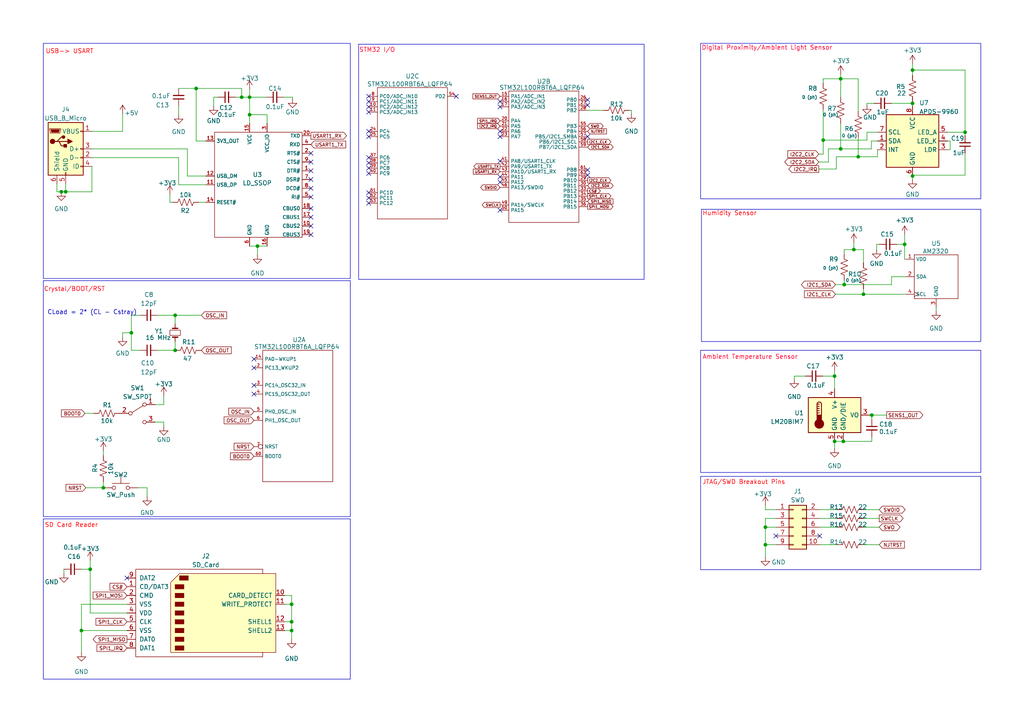
<source format=kicad_sch>
(kicad_sch (version 20230121) (generator eeschema)
  (paper "A4")
  (title_block (title "Sensor Hub") (date "2023-04-03") (rev "1.1"))
  (lib_symbols
    (symbol "Connector:SD_Card" (pin_names (offset 1.016))
      (property "Reference" "J" (at -16.51 13.97 0))
      (property "Value" "SD_Card" (at 15.24 -13.97 0))
      (symbol "SD_Card_1_1"
        (pin input line (at -22.86 7.62 0) (length 2.54) (name "CD/DAT3") (number "1"))
        (pin input line (at 22.86 5.08 180) (length 2.54) (name "CARD_DETECT") (number "10"))
        (pin input line (at 22.86 2.54 180) (length 2.54) (name "WRITE_PROTECT") (number "11"))
        (pin input line (at 22.86 -2.54 180) (length 2.54) (name "SHELL1") (number "12"))
        (pin input line (at 22.86 -5.08 180) (length 2.54) (name "SHELL2") (number "13"))
        (pin input line (at -22.86 5.08 0) (length 2.54) (name "CMD") (number "2"))
        (pin power_in line (at -22.86 2.54 0) (length 2.54) (name "VSS") (number "3"))
        (pin power_in line (at -22.86 0 0) (length 2.54) (name "VDD") (number "4"))
        (pin input line (at -22.86 -2.54 0) (length 2.54) (name "CLK") (number "5"))
        (pin power_in line (at -22.86 -5.08 0) (length 2.54) (name "VSS") (number "6"))
        (pin input line (at -22.86 -7.62 0) (length 2.54) (name "DAT0") (number "7"))
        (pin input line (at -22.86 -10.16 0) (length 2.54) (name "DAT1") (number "8"))
        (pin input line (at -22.86 10.16 0) (length 2.54) (name "DAT2") (number "9"))
      )
    )
    (symbol "Connector:USB_B_Micro" (pin_names (offset 1.016))
      (property "Reference" "J" (at -5.08 11.43 0))
      (property "Value" "USB_B_Micro" (at -5.08 8.89 0))
      (symbol "USB_B_Micro_1_1"
        (pin power_out line (at 7.62 5.08 180) (length 2.54) (name "VBUS") (number "1"))
        (pin bidirectional line (at 7.62 -2.54 180) (length 2.54) (name "D-") (number "2"))
        (pin bidirectional line (at 7.62 0 180) (length 2.54) (name "D+") (number "3"))
        (pin passive line (at 7.62 -5.08 180) (length 2.54) (name "ID") (number "4"))
        (pin power_out line (at 0 -10.16 90) (length 2.54) (name "GND") (number "5"))
        (pin passive line (at -2.54 -10.16 90) (length 2.54) (name "Shield") (number "6"))
      )
    )
    (symbol "Connector_Generic:Conn_02x05_Odd_Even" (pin_names (offset 1.016) hide)
      (property "Reference" "J" (at 1.27 7.62 0))
      (property "Value" "Conn_02x05_Odd_Even" (at 1.27 -7.62 0))
      (symbol "Conn_02x05_Odd_Even_1_1"
        (pin passive line (at -5.08 5.08 0) (length 3.81) (name "Pin_1") (number "1"))
        (pin passive line (at 7.62 -5.08 180) (length 3.81) (name "Pin_10") (number "10"))
        (pin passive line (at 7.62 5.08 180) (length 3.81) (name "Pin_2") (number "2"))
        (pin passive line (at -5.08 2.54 0) (length 3.81) (name "Pin_3") (number "3"))
        (pin passive line (at 7.62 2.54 180) (length 3.81) (name "Pin_4") (number "4"))
        (pin passive line (at -5.08 0 0) (length 3.81) (name "Pin_5") (number "5"))
        (pin passive line (at 7.62 0 180) (length 3.81) (name "Pin_6") (number "6"))
        (pin passive line (at -5.08 -2.54 0) (length 3.81) (name "Pin_7") (number "7"))
        (pin passive line (at 7.62 -2.54 180) (length 3.81) (name "Pin_8") (number "8"))
        (pin passive line (at -5.08 -5.08 0) (length 3.81) (name "Pin_9") (number "9"))
      )
    )
    (symbol "Device:C_Small" (pin_numbers hide) (pin_names (offset 0.254) hide)
      (property "Reference" "C" (at 0.254 1.778 0))
      (property "Value" "C_Small" (at 0.254 -2.032 0))
      (symbol "C_Small_1_1"
        (pin passive line (at 0 2.54 270) (length 2.032) (name "~") (number "1"))
        (pin passive line (at 0 -2.54 90) (length 2.032) (name "~") (number "2"))
      )
    )
    (symbol "Device:Crystal_Small" (pin_numbers hide) (pin_names (offset 1.016) hide)
      (property "Reference" "Y" (at 0 2.54 0))
      (property "Value" "Crystal_Small" (at 0 -2.54 0))
      (symbol "Crystal_Small_1_1"
        (pin passive line (at -2.54 0 0) (length 1.27) (name "1") (number "1"))
        (pin passive line (at 2.54 0 180) (length 1.27) (name "2") (number "2"))
      )
    )
    (symbol "Device:R_US" (pin_numbers hide) (pin_names (offset 0))
      (property "Reference" "R" (at 2.54 0 90))
      (property "Value" "R_US" (at -2.54 0 90))
      (symbol "R_US_1_1"
        (pin passive line (at 0 3.81 270) (length 1.27) (name "~") (number "1"))
        (pin passive line (at 0 -3.81 90) (length 1.27) (name "~") (number "2"))
      )
    )
    (symbol "FT231X:LD SSOP"
      (property "Reference" "U" (at 0 -2.54 0))
      (property "Value" "LD_SSOP" (at 0 -4.445 0))
      (symbol "LD SSOP_1_1"
        (pin output line (at 15.24 4.064 180) (length 2.54) (name "DTR#") (number "1"))
        (pin bidirectional line (at 15.24 -11.938 180) (length 2.54) (name "CBUS2") (number "10"))
        (pin input line (at -15.24 0 0) (length 2.54) (name "USB_DP") (number "11"))
        (pin input line (at -15.24 2.54 0) (length 2.54) (name "USB_DM") (number "12"))
        (pin power_in line (at -15.24 12.7 0) (length 2.54) (name "3V3_OUT") (number "13"))
        (pin input line (at -15.24 -5.08 0) (length 2.54) (name "RESET#") (number "14"))
        (pin power_in line (at -2.54 17.78 270) (length 2.54) (name "VCC") (number "15"))
        (pin power_in line (at 2.54 -17.78 90) (length 2.54) (name "GND") (number "16"))
        (pin bidirectional line (at 15.24 -9.398 180) (length 2.54) (name "CBUS1") (number "17"))
        (pin bidirectional line (at 15.24 -6.858 180) (length 2.54) (name "CBUS0") (number "18"))
        (pin bidirectional line (at 15.24 -14.478 180) (length 2.54) (name "CBUS3") (number "19"))
        (pin output line (at 15.24 9.144 180) (length 2.54) (name "RTS#") (number "2"))
        (pin output line (at 15.24 14.224 180) (length 2.54) (name "TXD") (number "20"))
        (pin power_in line (at 2.54 17.78 270) (length 2.54) (name "VCC_IO") (number "3"))
        (pin input line (at 15.24 11.684 180) (length 2.54) (name "RXD") (number "4"))
        (pin input line (at 15.24 -3.556 180) (length 2.54) (name "RI#") (number "5"))
        (pin power_in line (at -2.54 -17.78 90) (length 2.54) (name "GND") (number "6"))
        (pin input line (at 15.24 1.524 180) (length 2.54) (name "DSR#") (number "7"))
        (pin input line (at 15.24 -1.016 180) (length 2.54) (name "DCD#") (number "8"))
        (pin input line (at 15.24 6.604 180) (length 2.54) (name "CTS#") (number "9"))
      )
    )
    (symbol "STM32L100RBT6A_2"
      (property "Reference" "U" (at -7.62 22.225 0))
      (symbol "STM32L100RBT6A_2_1_1"
        (pin bidirectional line (at -12.7 15.24 0) (length 2.54) (name "PA0-WKUP1") (number "14"))
        (pin bidirectional line (at -12.7 12.7 0) (length 2.54) (name "PC13_WKUP2") (number "2"))
        (pin bidirectional line (at -12.7 7.62 0) (length 2.54) (name "PC14_OSC32_IN") (number "3"))
        (pin bidirectional line (at -12.7 5.08 0) (length 2.54) (name "PC15_OSC32_OUT") (number "4"))
        (pin bidirectional line (at -12.7 0 0) (length 2.54) (name "PH0_OSC_IN") (number "5"))
        (pin bidirectional line (at -12.7 -2.54 0) (length 2.54) (name "PH1_OSC_OUT") (number "6"))
        (pin input line (at -12.7 -12.954 0) (length 2.54) (name "BOOT0") (number "60"))
        (pin bidirectional inverted (at -12.7 -10.16 0) (length 2.54) (name "NRST") (number "7"))
      )
      (symbol "STM32L100RBT6A_2_2_1"
        (pin bidirectional line (at -12.7 16.256 0) (length 2.54) (name "PA1/ADC_IN1") (number "15"))
        (pin bidirectional line (at -12.7 14.732 0) (length 2.54) (name "PA2/ADC_IN2") (number "16"))
        (pin bidirectional line (at -12.7 13.208 0) (length 2.54) (name "PA3/ADC_IN3") (number "17"))
        (pin bidirectional line (at -12.7 9.144 0) (length 2.54) (name "PA4") (number "20"))
        (pin bidirectional line (at -12.7 7.62 0) (length 2.54) (name "PA5") (number "21"))
        (pin bidirectional line (at -12.7 6.096 0) (length 2.54) (name "PA6") (number "22"))
        (pin bidirectional line (at -12.7 4.572 0) (length 2.54) (name "PA7") (number "23"))
        (pin bidirectional line (at 12.7 15.24 180) (length 2.54) (name "PB0") (number "26"))
        (pin bidirectional line (at 12.7 13.716 180) (length 2.54) (name "PB1") (number "27"))
        (pin bidirectional line (at 12.7 12.192 180) (length 2.54) (name "PB2") (number "28"))
        (pin bidirectional line (at 12.7 -8.128 180) (length 2.54) (name "PB10") (number "29"))
        (pin bidirectional line (at 12.7 -9.652 180) (length 2.54) (name "PB11") (number "30"))
        (pin bidirectional line (at 12.7 -11.176 180) (length 2.54) (name "PB12") (number "33"))
        (pin bidirectional line (at 12.7 -12.7 180) (length 2.54) (name "PB13") (number "34"))
        (pin bidirectional line (at 12.7 -14.224 180) (length 2.54) (name "PB14") (number "35"))
        (pin bidirectional line (at 12.7 -15.748 180) (length 2.54) (name "PB15") (number "36"))
        (pin bidirectional line (at -12.7 -2.54 0) (length 2.54) (name "PA8/USART1_CLK") (number "41"))
        (pin bidirectional line (at -12.7 -4.064 0) (length 2.54) (name "PA9/USART1_TX") (number "42"))
        (pin bidirectional line (at -12.7 -5.588 0) (length 2.54) (name "PA10/USART1_RX") (number "43"))
        (pin bidirectional line (at -12.7 -7.112 0) (length 2.54) (name "PA11") (number "44"))
        (pin bidirectional line (at -12.7 -8.636 0) (length 2.54) (name "PA12") (number "45"))
        (pin bidirectional line (at -12.7 -10.16 0) (length 2.54) (name "PA13/SWDIO") (number "46"))
        (pin bidirectional line (at -12.7 -15.24 0) (length 2.54) (name "PA14/SWCLK") (number "49"))
        (pin bidirectional line (at -12.7 -16.764 0) (length 2.54) (name "PA15") (number "50"))
        (pin bidirectional line (at 12.7 7.62 180) (length 2.54) (name "PB3") (number "55"))
        (pin bidirectional line (at 12.7 6.096 180) (length 2.54) (name "PB4") (number "56"))
        (pin bidirectional line (at 12.7 4.572 180) (length 2.54) (name "PB5/I2C1_SMBA") (number "57"))
        (pin bidirectional line (at 12.7 3.048 180) (length 2.54) (name "PB6/I2C1_SCL") (number "58"))
        (pin bidirectional line (at 12.7 1.524 180) (length 2.54) (name "PB7/I2C1_SDA") (number "59"))
        (pin bidirectional line (at 12.7 -5.08 180) (length 2.54) (name "PB8") (number "61"))
        (pin bidirectional line (at 12.7 -6.604 180) (length 2.54) (name "PB9") (number "62"))
      )
      (symbol "STM32L100RBT6A_2_3_1"
        (pin bidirectional line (at -12.7 12.192 0) (length 2.54) (name "PC2/ADC_IN12") (number "10"))
        (pin bidirectional line (at -12.7 10.668 0) (length 2.54) (name "PC3/ADC_IN13") (number "11"))
        (pin bidirectional line (at -12.7 5.08 0) (length 2.54) (name "PC4") (number "24"))
        (pin bidirectional line (at -12.7 3.556 0) (length 2.54) (name "PC5") (number "25"))
        (pin bidirectional line (at -12.7 -2.54 0) (length 2.54) (name "PC6") (number "37"))
        (pin bidirectional line (at -12.7 -4.064 0) (length 2.54) (name "PC7") (number "38"))
        (pin bidirectional line (at -12.7 -5.588 0) (length 2.54) (name "PC8") (number "39"))
        (pin bidirectional line (at -12.7 -7.112 0) (length 2.54) (name "PC9") (number "40"))
        (pin bidirectional line (at -12.7 -12.7 0) (length 2.54) (name "PC10") (number "51"))
        (pin bidirectional line (at -12.7 -14.224 0) (length 2.54) (name "PC11") (number "52"))
        (pin bidirectional line (at -12.7 -15.748 0) (length 2.54) (name "PC12") (number "53"))
        (pin bidirectional line (at 12.7 15.24 180) (length 2.54) (name "PD2") (number "54"))
        (pin bidirectional line (at -12.7 15.24 0) (length 2.54) (name "PC0/ADC_IN10") (number "8"))
        (pin bidirectional line (at -12.7 13.716 0) (length 2.54) (name "PC1/ADC_IN11") (number "9"))
      )
      (symbol "STM32L100RBT6A_2_4_1"
        (pin power_in line (at -12.7 14.732 0) (length 2.54) (name "V_LCD") (number "1"))
        (pin power_in line (at -12.7 -12.446 0) (length 2.54) (name "VSSA") (number "12"))
        (pin power_in line (at -12.7 -2.54 0) (length 2.54) (name "VDDA") (number "13"))
        (pin power_in line (at 12.7 -12.7 180) (length 2.54) (name "VSS_4") (number "18"))
        (pin power_in line (at 12.7 10.16 180) (length 2.54) (name "VDD_4") (number "19"))
        (pin power_in line (at 12.7 -7.366 180) (length 2.54) (name "VSS_1") (number "31"))
        (pin power_in line (at 12.7 15.24 180) (length 2.54) (name "VDD_1") (number "32"))
        (pin power_in line (at 12.7 -9.144 180) (length 2.54) (name "VSS_2") (number "47"))
        (pin power_in line (at 12.7 13.462 180) (length 2.54) (name "VDD_2") (number "48"))
        (pin power_in line (at 12.7 -10.922 180) (length 2.54) (name "VSS_3") (number "63"))
        (pin power_in line (at 12.7 11.938 180) (length 2.54) (name "VDD_3") (number "64"))
      )
    )
    (symbol "STM32L100x6_8_B-A:STM32L100RBT6A"
      (property "Reference" "U" (at -7.62 22.225 0))
      (symbol "STM32L100RBT6A_1_1"
        (pin bidirectional line (at -12.7 15.24 0) (length 2.54) (name "PA0-WKUP1") (number "14"))
        (pin bidirectional line (at -12.7 12.7 0) (length 2.54) (name "PC13_WKUP2") (number "2"))
        (pin bidirectional line (at -12.7 7.62 0) (length 2.54) (name "PC14_OSC32_IN") (number "3"))
        (pin bidirectional line (at -12.7 5.08 0) (length 2.54) (name "PC15_OSC32_OUT") (number "4"))
        (pin bidirectional line (at -12.7 0 0) (length 2.54) (name "PH0_OSC_IN") (number "5"))
        (pin bidirectional line (at -12.7 -2.54 0) (length 2.54) (name "PH1_OSC_OUT") (number "6"))
        (pin input line (at -12.7 -12.954 0) (length 2.54) (name "BOOT0") (number "60"))
        (pin bidirectional inverted (at -12.7 -10.16 0) (length 2.54) (name "NRST") (number "7"))
      )
      (symbol "STM32L100RBT6A_2_1"
        (pin bidirectional line (at -12.7 16.256 0) (length 2.54) (name "PA1/ADC_IN1") (number "15"))
        (pin bidirectional line (at -12.7 14.732 0) (length 2.54) (name "PA2/ADC_IN2") (number "16"))
        (pin bidirectional line (at -12.7 13.208 0) (length 2.54) (name "PA3/ADC_IN3") (number "17"))
        (pin bidirectional line (at -12.7 9.144 0) (length 2.54) (name "PA4") (number "20"))
        (pin bidirectional line (at -12.7 7.62 0) (length 2.54) (name "PA5") (number "21"))
        (pin bidirectional line (at -12.7 6.096 0) (length 2.54) (name "PA6") (number "22"))
        (pin bidirectional line (at -12.7 4.572 0) (length 2.54) (name "PA7") (number "23"))
        (pin bidirectional line (at 12.7 15.24 180) (length 2.54) (name "PB0") (number "26"))
        (pin bidirectional line (at 12.7 13.716 180) (length 2.54) (name "PB1") (number "27"))
        (pin bidirectional line (at 12.7 12.192 180) (length 2.54) (name "PB2") (number "28"))
        (pin bidirectional line (at 12.7 -8.128 180) (length 2.54) (name "PB10") (number "29"))
        (pin bidirectional line (at 12.7 -9.652 180) (length 2.54) (name "PB11") (number "30"))
        (pin bidirectional line (at 12.7 -11.176 180) (length 2.54) (name "PB12") (number "33"))
        (pin bidirectional line (at 12.7 -12.7 180) (length 2.54) (name "PB13") (number "34"))
        (pin bidirectional line (at 12.7 -14.224 180) (length 2.54) (name "PB14") (number "35"))
        (pin bidirectional line (at 12.7 -15.748 180) (length 2.54) (name "PB15") (number "36"))
        (pin bidirectional line (at -12.7 -2.54 0) (length 2.54) (name "PA8/USART1_CLK") (number "41"))
        (pin bidirectional line (at -12.7 -4.064 0) (length 2.54) (name "PA9/USART1_TX") (number "42"))
        (pin bidirectional line (at -12.7 -5.588 0) (length 2.54) (name "PA10/USART1_RX") (number "43"))
        (pin bidirectional line (at -12.7 -7.112 0) (length 2.54) (name "PA11") (number "44"))
        (pin bidirectional line (at -12.7 -8.636 0) (length 2.54) (name "PA12") (number "45"))
        (pin bidirectional line (at -12.7 -10.16 0) (length 2.54) (name "PA13/SWDIO") (number "46"))
        (pin bidirectional line (at -12.7 -15.24 0) (length 2.54) (name "PA14/SWCLK") (number "49"))
        (pin bidirectional line (at -12.7 -16.764 0) (length 2.54) (name "PA15") (number "50"))
        (pin bidirectional line (at 12.7 7.62 180) (length 2.54) (name "PB3") (number "55"))
        (pin bidirectional line (at 12.7 6.096 180) (length 2.54) (name "PB4") (number "56"))
        (pin bidirectional line (at 12.7 4.572 180) (length 2.54) (name "PB5/I2C1_SMBA") (number "57"))
        (pin bidirectional line (at 12.7 3.048 180) (length 2.54) (name "PB6/I2C1_SCL") (number "58"))
        (pin bidirectional line (at 12.7 1.524 180) (length 2.54) (name "PB7/I2C1_SDA") (number "59"))
        (pin bidirectional line (at 12.7 -5.08 180) (length 2.54) (name "PB8") (number "61"))
        (pin bidirectional line (at 12.7 -6.604 180) (length 2.54) (name "PB9") (number "62"))
      )
      (symbol "STM32L100RBT6A_3_1"
        (pin bidirectional line (at -12.7 12.192 0) (length 2.54) (name "PC2/ADC_IN12") (number "10"))
        (pin bidirectional line (at -12.7 10.668 0) (length 2.54) (name "PC3/ADC_IN13") (number "11"))
        (pin bidirectional line (at -12.7 5.08 0) (length 2.54) (name "PC4") (number "24"))
        (pin bidirectional line (at -12.7 3.556 0) (length 2.54) (name "PC5") (number "25"))
        (pin bidirectional line (at -12.7 -2.54 0) (length 2.54) (name "PC6") (number "37"))
        (pin bidirectional line (at -12.7 -4.064 0) (length 2.54) (name "PC7") (number "38"))
        (pin bidirectional line (at -12.7 -5.588 0) (length 2.54) (name "PC8") (number "39"))
        (pin bidirectional line (at -12.7 -7.112 0) (length 2.54) (name "PC9") (number "40"))
        (pin bidirectional line (at -12.7 -12.7 0) (length 2.54) (name "PC10") (number "51"))
        (pin bidirectional line (at -12.7 -14.224 0) (length 2.54) (name "PC11") (number "52"))
        (pin bidirectional line (at -12.7 -15.748 0) (length 2.54) (name "PC12") (number "53"))
        (pin bidirectional line (at 12.7 15.24 180) (length 2.54) (name "PD2") (number "54"))
        (pin bidirectional line (at -12.7 15.24 0) (length 2.54) (name "PC0/ADC_IN10") (number "8"))
        (pin bidirectional line (at -12.7 13.716 0) (length 2.54) (name "PC1/ADC_IN11") (number "9"))
      )
      (symbol "STM32L100RBT6A_4_1"
        (pin power_in line (at -12.7 14.732 0) (length 2.54) (name "V_LCD") (number "1"))
        (pin power_in line (at -12.7 -12.446 0) (length 2.54) (name "VSSA") (number "12"))
        (pin power_in line (at -12.7 -2.54 0) (length 2.54) (name "VDDA") (number "13"))
        (pin power_in line (at 12.7 -12.7 180) (length 2.54) (name "VSS_4") (number "18"))
        (pin power_in line (at 12.7 10.16 180) (length 2.54) (name "VDD_4") (number "19"))
        (pin power_in line (at 12.7 -7.366 180) (length 2.54) (name "VSS_1") (number "31"))
        (pin power_in line (at 12.7 15.24 180) (length 2.54) (name "VDD_1") (number "32"))
        (pin power_in line (at 12.7 -9.144 180) (length 2.54) (name "VSS_2") (number "47"))
        (pin power_in line (at 12.7 13.462 180) (length 2.54) (name "VDD_2") (number "48"))
        (pin power_in line (at 12.7 -10.922 180) (length 2.54) (name "VSS_3") (number "63"))
        (pin power_in line (at 12.7 11.938 180) (length 2.54) (name "VDD_3") (number "64"))
      )
    )
    (symbol "Sensor:APDS-9960"
      (property "Reference" "U" (at -5.08 8.89 0))
      (property "Value" "APDS-9960" (at 6.35 8.89 0))
      (symbol "APDS-9960_1_1"
        (pin bidirectional line (at -10.16 0 0) (length 2.54) (name "SDA") (number "1"))
        (pin open_collector line (at -10.16 -2.54 0) (length 2.54) (name "INT") (number "2"))
        (pin passive line (at 10.16 -2.54 180) (length 2.54) (name "LDR") (number "3"))
        (pin passive line (at 10.16 0 180) (length 2.54) (name "LED_K") (number "4"))
        (pin passive line (at 10.16 2.54 180) (length 2.54) (name "LED_A") (number "5"))
        (pin power_in line (at 0 -10.16 90) (length 2.54) (name "GND") (number "6"))
        (pin input line (at -10.16 2.54 0) (length 2.54) (name "SCL") (number "7"))
        (pin power_in line (at 0 10.16 270) (length 2.54) (name "VCC") (number "8"))
      )
    )
    (symbol "Sensor_Temperature:LM20BIM7"
      (property "Reference" "U" (at -6.35 6.35 0))
      (property "Value" "LM20BIM7" (at 1.27 6.35 0))
      (symbol "LM20BIM7_1_1"
        (pin no_connect line (at 5.08 -5.08 90) (length 2.54) hide (name "NC") (number "1"))
        (pin passive line (at 2.54 -7.62 90) (length 2.54) (name "GND/DIE") (number "2"))
        (pin output line (at 10.16 0 180) (length 2.54) (name "VO") (number "3"))
        (pin power_in line (at 0 7.62 270) (length 2.54) (name "V+") (number "4"))
        (pin power_in line (at 0 -7.62 90) (length 2.54) (name "GND") (number "5"))
      )
    )
    (symbol "Sensors:AM2320"
      (property "Reference" "U" (at 0 8.89 0))
      (property "Value" "AM2320" (at 0 7.239 0))
      (symbol "AM2320_1_1"
        (pin power_in line (at -8.89 5.08 0) (length 2.54) (name "VDD") (number "1"))
        (pin bidirectional line (at -8.89 0 0) (length 2.54) (name "SDA") (number "2"))
        (pin power_in line (at 0 -8.89 90) (length 2.54) (name "GND") (number "3"))
        (pin input clock (at -8.89 -5.08 0) (length 2.54) (name "SCL") (number "4"))
      )
    )
    (symbol "Switch:SW_Push" (pin_numbers hide) (pin_names (offset 1.016) hide)
      (property "Reference" "SW" (at 1.27 2.54 0))
      (property "Value" "SW_Push" (at 0 -1.524 0))
      (symbol "SW_Push_0_1"
        (pin passive line (at -5.08 0 0) (length 2.54) (name "1") (number "1"))
        (pin passive line (at 5.08 0 180) (length 2.54) (name "2") (number "2"))
      )
    )
    (symbol "Switch:SW_SPDT" (pin_names (offset 0) hide)
      (property "Reference" "SW" (at 0 4.318 0))
      (property "Value" "SW_SPDT" (at 0 -5.08 0))
      (symbol "SW_SPDT_1_1"
        (pin passive line (at 5.08 2.54 180) (length 2.54) (name "A") (number "1"))
        (pin passive line (at -5.08 0 0) (length 2.54) (name "B") (number "2"))
        (pin passive line (at 5.08 -2.54 180) (length 2.54) (name "C") (number "3"))
      )
    )
    (symbol "power:+3V3" (power) (pin_names (offset 0))
      (property "Value" "+3V3" (at 0 3.556 0))
      (symbol "+3V3_1_1"
        (pin power_in line (at 0 0 90) (length 0) hide (name "+3V3") (number "1"))
      )
    )
    (symbol "power:+5V" (power) (pin_names (offset 0))
      (property "Value" "+5V" (at 0 3.556 0))
      (symbol "+5V_1_1"
        (pin power_in line (at 0 0 90) (length 0) hide (name "+5V") (number "1"))
      )
    )
    (symbol "power:GND" (power) (pin_names (offset 0))
      (property "Value" "GND" (at 0 -3.81 0))
      (symbol "GND_1_1"
        (pin power_in line (at 0 0 270) (length 0) hide (name "GND") (number "1"))
      )
    )
  )
  (junction (at 244.856 82.55))
  (junction (at 84.582 182.88))
  (junction (at 243.84 43.18))
  (junction (at 84.582 180.34))
  (junction (at 264.668 29.972))
  (junction (at 264.668 51.054))
  (junction (at 38.1 96.52))
  (junction (at 221.996 157.988))
  (junction (at 17.78 55.626))
  (junction (at 84.582 175.26))
  (junction (at 50.8 101.6))
  (junction (at 244.602 128.016))
  (junction (at 279.908 38.354))
  (junction (at 242.062 109.093))
  (junction (at 23.622 182.88))
  (junction (at 72.39 28.194))
  (junction (at 247.65 72.39))
  (junction (at 243.84 22.86))
  (junction (at 29.972 141.478))
  (junction (at 70.104 28.194))
  (junction (at 50.8 91.44))
  (junction (at 26.162 165.1))
  (junction (at 262.382 70.866))
  (junction (at 221.996 152.908))
  (junction (at 72.39 33.274))
  (junction (at 252.857 120.396))
  (junction (at 250.444 85.344))
  (junction (at 238.76 40.64))
  (junction (at 74.676 71.374))
  (junction (at 248.92 45.466))
  (junction (at 19.05 55.626))
  (junction (at 56.896 25.654))
  (junction (at 264.668 20.32))
  (junction (at 242.062 128.016))
  (no_connect (at 106.934 32.512))
  (no_connect (at 90.17 62.992))
  (no_connect (at 73.66 104.14))
  (no_connect (at 170.434 50.8))
  (no_connect (at 36.83 167.64))
  (no_connect (at 106.934 30.988))
  (no_connect (at 145.034 39.624))
  (no_connect (at 73.66 111.76))
  (no_connect (at 106.934 39.624))
  (no_connect (at 106.934 45.72))
  (no_connect (at 73.66 114.3))
  (no_connect (at 90.17 65.532))
  (no_connect (at 145.034 46.736))
  (no_connect (at 106.934 48.768))
  (no_connect (at 90.17 60.452))
  (no_connect (at 90.17 57.15))
  (no_connect (at 145.034 52.832))
  (no_connect (at 90.17 52.07))
  (no_connect (at 237.744 155.448))
  (no_connect (at 170.434 39.624))
  (no_connect (at 145.034 38.1))
  (no_connect (at 106.934 38.1))
  (no_connect (at 106.934 50.292))
  (no_connect (at 145.034 30.988))
  (no_connect (at 170.434 28.956))
  (no_connect (at 106.934 27.94))
  (no_connect (at 106.934 58.928))
  (no_connect (at 106.934 47.244))
  (no_connect (at 90.17 49.53))
  (no_connect (at 90.17 46.99))
  (no_connect (at 225.044 155.448))
  (no_connect (at 145.034 60.96))
  (no_connect (at 145.034 51.308))
  (no_connect (at 106.934 57.404))
  (no_connect (at 90.17 54.61))
  (no_connect (at 170.434 49.276))
  (no_connect (at 90.17 68.072))
  (no_connect (at 90.17 44.45))
  (no_connect (at 106.934 29.464))
  (no_connect (at 106.934 55.88))
  (no_connect (at 145.034 29.464))
  (no_connect (at 170.434 30.48))
  (no_connect (at 73.66 106.68))
  (no_connect (at 132.334 27.94))
  (wire (pts (xy 40.64 101.6) (xy 38.1 101.6)))
  (wire (pts (xy 23.622 175.26) (xy 23.622 182.88)))
  (wire (pts (xy 262.382 75.184) (xy 262.636 75.184)))
  (wire (pts (xy 72.39 28.194) (xy 72.39 25.908)))
  (wire (pts (xy 38.1 101.6) (xy 38.1 96.52)))
  (wire (pts (xy 258.572 82.55) (xy 258.572 80.264)))
  (wire (pts (xy 26.162 162.56) (xy 26.162 165.1)))
  (wire (pts (xy 250.444 157.988) (xy 255.016 157.988)))
  (wire (pts (xy 237.49 46.99) (xy 240.284 46.99)))
  (wire (pts (xy 258.572 80.264) (xy 262.636 80.264)))
  (wire (pts (xy 54.356 51.054) (xy 59.69 51.054)))
  (wire (pts (xy 45.72 101.6) (xy 50.8 101.6)))
  (wire (pts (xy 264.668 29.972) (xy 264.668 30.734)))
  (wire (pts (xy 262.382 68.072) (xy 262.382 70.866)))
  (wire (pts (xy 68.326 28.194) (xy 70.104 28.194)))
  (wire (pts (xy 279.908 50.8) (xy 264.668 50.8)))
  (wire (pts (xy 38.1 91.44) (xy 40.64 91.44)))
  (wire (pts (xy 237.49 44.704) (xy 238.76 44.704)))
  (wire (pts (xy 16.51 53.34) (xy 16.51 55.626)))
  (wire (pts (xy 72.39 33.274) (xy 72.39 28.194)))
  (wire (pts (xy 56.896 25.654) (xy 70.104 25.654)))
  (wire (pts (xy 244.856 81.28) (xy 244.856 82.55)))
  (wire (pts (xy 230.378 109.093) (xy 230.378 109.982)))
  (wire (pts (xy 72.39 33.274) (xy 77.47 33.274)))
  (wire (pts (xy 59.69 40.894) (xy 56.896 40.894)))
  (wire (pts (xy 26.67 38.1) (xy 35.56 38.1)))
  (wire (pts (xy 251.46 29.972) (xy 253.492 29.972)))
  (wire (pts (xy 82.55 172.72) (xy 84.582 172.72)))
  (wire (pts (xy 170.434 32.004) (xy 175.006 32.004)))
  (wire (pts (xy 82.55 182.88) (xy 84.582 182.88)))
  (wire (pts (xy 238.76 22.86) (xy 238.76 24.13)))
  (wire (pts (xy 251.46 30.48) (xy 251.46 29.972)))
  (wire (pts (xy 18.542 165.1) (xy 18.542 166.37)))
  (wire (pts (xy 264.668 20.32) (xy 264.668 21.844)))
  (wire (pts (xy 240.284 46.99) (xy 240.284 43.18)))
  (wire (pts (xy 221.996 157.988) (xy 225.044 157.988)))
  (wire (pts (xy 84.836 28.702) (xy 84.836 28.194)))
  (wire (pts (xy 50.8 91.44) (xy 58.42 91.44)))
  (wire (pts (xy 51.816 30.734) (xy 51.816 33.274)))
  (wire (pts (xy 243.84 21.59) (xy 243.84 22.86)))
  (wire (pts (xy 251.46 40.64) (xy 251.46 38.354)))
  (wire (pts (xy 242.57 45.466) (xy 248.92 45.466)))
  (wire (pts (xy 57.658 58.674) (xy 59.69 58.674)))
  (wire (pts (xy 61.976 28.194) (xy 63.246 28.194)))
  (wire (pts (xy 82.55 180.34) (xy 84.582 180.34)))
  (wire (pts (xy 279.908 20.32) (xy 279.908 38.354)))
  (wire (pts (xy 225.044 147.828) (xy 221.996 147.828)))
  (wire (pts (xy 248.92 22.86) (xy 243.84 22.86)))
  (wire (pts (xy 251.46 38.354) (xy 254.508 38.354)))
  (wire (pts (xy 252.222 120.396) (xy 252.857 120.396)))
  (wire (pts (xy 84.582 175.26) (xy 84.582 180.34)))
  (wire (pts (xy 54.356 43.18) (xy 54.356 51.054)))
  (wire (pts (xy 29.972 139.7) (xy 29.972 141.478)))
  (wire (pts (xy 70.104 28.194) (xy 72.39 28.194)))
  (wire (pts (xy 51.816 25.654) (xy 56.896 25.654)))
  (wire (pts (xy 274.828 38.354) (xy 279.908 38.354)))
  (wire (pts (xy 26.67 43.18) (xy 54.356 43.18)))
  (wire (pts (xy 255.016 152.908) (xy 250.444 152.908)))
  (wire (pts (xy 82.55 175.26) (xy 84.582 175.26)))
  (wire (pts (xy 77.47 33.274) (xy 77.47 35.814)))
  (wire (pts (xy 84.582 182.88) (xy 84.582 185.42)))
  (wire (pts (xy 252.857 120.396) (xy 257.175 120.396)))
  (wire (pts (xy 244.856 82.55) (xy 258.572 82.55)))
  (wire (pts (xy 242.062 107.569) (xy 242.062 109.093)))
  (wire (pts (xy 72.39 28.194) (xy 77.216 28.194)))
  (wire (pts (xy 29.972 130.81) (xy 29.972 132.08)))
  (wire (pts (xy 233.553 109.093) (xy 230.378 109.093)))
  (wire (pts (xy 47.498 122.428) (xy 47.498 123.698)))
  (wire (pts (xy 19.05 53.34) (xy 19.05 55.626)))
  (wire (pts (xy 271.526 89.154) (xy 271.526 90.17)))
  (wire (pts (xy 221.996 152.908) (xy 225.044 152.908)))
  (wire (pts (xy 84.582 172.72) (xy 84.582 175.26)))
  (wire (pts (xy 258.572 29.972) (xy 264.668 29.972)))
  (wire (pts (xy 237.744 150.368) (xy 242.824 150.368)))
  (wire (pts (xy 250.444 85.344) (xy 250.444 83.82)))
  (wire (pts (xy 221.996 152.908) (xy 221.996 157.988)))
  (wire (pts (xy 47.498 117.348) (xy 47.498 114.808)))
  (wire (pts (xy 24.892 141.478) (xy 29.972 141.478)))
  (wire (pts (xy 252.857 126.746) (xy 252.857 128.016)))
  (wire (pts (xy 264.668 50.8) (xy 264.668 51.054)))
  (wire (pts (xy 238.76 22.86) (xy 243.84 22.86)))
  (wire (pts (xy 238.76 31.75) (xy 238.76 40.64)))
  (wire (pts (xy 243.84 43.18) (xy 252.73 43.18)))
  (wire (pts (xy 242.062 128.016) (xy 244.602 128.016)))
  (wire (pts (xy 250.444 85.344) (xy 262.636 85.344)))
  (wire (pts (xy 242.062 128.016) (xy 242.062 130.048)))
  (wire (pts (xy 274.828 40.894) (xy 275.59 40.894)))
  (wire (pts (xy 240.284 43.18) (xy 243.84 43.18)))
  (wire (pts (xy 56.896 40.894) (xy 56.896 25.654)))
  (wire (pts (xy 51.816 45.72) (xy 51.816 53.594)))
  (wire (pts (xy 221.996 157.988) (xy 221.996 161.544)))
  (wire (pts (xy 238.76 44.704) (xy 238.76 40.64)))
  (wire (pts (xy 242.062 109.093) (xy 242.062 112.776)))
  (wire (pts (xy 243.84 22.86) (xy 243.84 28.194)))
  (wire (pts (xy 252.73 43.18) (xy 252.73 40.894)))
  (wire (pts (xy 16.51 55.626) (xy 17.78 55.626)))
  (wire (pts (xy 264.668 20.32) (xy 279.908 20.32)))
  (wire (pts (xy 260.096 70.866) (xy 262.382 70.866)))
  (wire (pts (xy 45.72 91.44) (xy 50.8 91.44)))
  (wire (pts (xy 275.59 43.434) (xy 274.828 43.434)))
  (wire (pts (xy 44.958 117.348) (xy 47.498 117.348)))
  (wire (pts (xy 84.836 28.194) (xy 82.296 28.194)))
  (wire (pts (xy 26.162 177.8) (xy 36.83 177.8)))
  (wire (pts (xy 237.744 157.988) (xy 242.824 157.988)))
  (wire (pts (xy 237.744 147.828) (xy 242.824 147.828)))
  (wire (pts (xy 24.638 119.888) (xy 27.178 119.888)))
  (wire (pts (xy 254.254 72.39) (xy 254.254 70.866)))
  (wire (pts (xy 264.668 51.054) (xy 264.668 52.07)))
  (wire (pts (xy 221.996 150.368) (xy 221.996 152.908)))
  (wire (pts (xy 23.622 182.88) (xy 36.83 182.88)))
  (wire (pts (xy 183.134 32.004) (xy 183.134 33.02)))
  (wire (pts (xy 26.162 165.1) (xy 26.162 177.8)))
  (wire (pts (xy 44.958 122.428) (xy 47.498 122.428)))
  (wire (pts (xy 50.8 91.44) (xy 50.8 93.98)))
  (wire (pts (xy 242.316 85.344) (xy 250.444 85.344)))
  (wire (pts (xy 252.857 128.016) (xy 244.602 128.016)))
  (wire (pts (xy 23.622 165.1) (xy 26.162 165.1)))
  (wire (pts (xy 244.856 73.66) (xy 244.856 72.39)))
  (wire (pts (xy 19.05 55.626) (xy 26.67 55.626)))
  (wire (pts (xy 49.276 56.388) (xy 49.276 58.674)))
  (wire (pts (xy 248.92 39.878) (xy 248.92 45.466)))
  (wire (pts (xy 250.444 76.2) (xy 250.444 72.39)))
  (wire (pts (xy 74.676 71.374) (xy 74.676 73.914)))
  (wire (pts (xy 23.622 182.88) (xy 23.622 189.23)))
  (wire (pts (xy 50.8 99.06) (xy 50.8 101.6)))
  (wire (pts (xy 244.856 72.39) (xy 247.65 72.39)))
  (wire (pts (xy 242.57 45.466) (xy 242.57 49.022)))
  (wire (pts (xy 247.65 72.39) (xy 250.444 72.39)))
  (wire (pts (xy 254.254 70.866) (xy 255.016 70.866)))
  (wire (pts (xy 262.382 70.866) (xy 262.382 75.184)))
  (wire (pts (xy 252.857 120.396) (xy 252.857 121.666)))
  (wire (pts (xy 248.92 32.258) (xy 248.92 22.86)))
  (wire (pts (xy 42.672 141.478) (xy 42.672 144.018)))
  (wire (pts (xy 26.67 55.626) (xy 26.67 48.26)))
  (wire (pts (xy 70.104 28.194) (xy 70.104 25.654)))
  (wire (pts (xy 264.668 29.464) (xy 264.668 29.972)))
  (wire (pts (xy 23.622 175.26) (xy 36.83 175.26)))
  (wire (pts (xy 243.84 35.814) (xy 243.84 43.18)))
  (wire (pts (xy 279.908 44.45) (xy 279.908 50.8)))
  (wire (pts (xy 38.1 96.52) (xy 38.1 91.44)))
  (wire (pts (xy 254.508 45.466) (xy 248.92 45.466)))
  (wire (pts (xy 51.816 53.594) (xy 59.69 53.594)))
  (wire (pts (xy 254.508 43.434) (xy 254.508 45.466)))
  (wire (pts (xy 237.49 49.022) (xy 242.57 49.022)))
  (wire (pts (xy 35.56 38.1) (xy 35.56 33.02)))
  (wire (pts (xy 19.05 55.626) (xy 17.78 55.626)))
  (wire (pts (xy 61.976 28.194) (xy 61.976 30.734)))
  (wire (pts (xy 40.132 141.478) (xy 42.672 141.478)))
  (wire (pts (xy 242.824 152.908) (xy 237.744 152.908)))
  (wire (pts (xy 35.56 96.52) (xy 35.56 97.79)))
  (wire (pts (xy 242.316 82.55) (xy 244.856 82.55)))
  (wire (pts (xy 74.676 71.374) (xy 77.47 71.374)))
  (wire (pts (xy 238.633 109.093) (xy 242.062 109.093)))
  (wire (pts (xy 264.668 18.542) (xy 264.668 20.32)))
  (wire (pts (xy 250.444 150.368) (xy 255.016 150.368)))
  (wire (pts (xy 221.996 147.828) (xy 221.996 146.558)))
  (wire (pts (xy 279.908 38.354) (xy 279.908 39.37)))
  (wire (pts (xy 72.39 71.374) (xy 74.676 71.374)))
  (wire (pts (xy 182.626 32.004) (xy 183.134 32.004)))
  (wire (pts (xy 49.276 58.674) (xy 50.038 58.674)))
  (wire (pts (xy 252.73 40.894) (xy 254.508 40.894)))
  (wire (pts (xy 38.1 96.52) (xy 35.56 96.52)))
  (wire (pts (xy 238.76 40.64) (xy 251.46 40.64)))
  (wire (pts (xy 221.996 150.368) (xy 225.044 150.368)))
  (wire (pts (xy 26.67 45.72) (xy 51.816 45.72)))
  (wire (pts (xy 247.65 72.39) (xy 247.65 70.358)))
  (wire (pts (xy 275.59 40.894) (xy 275.59 43.434)))
  (wire (pts (xy 84.582 180.34) (xy 84.582 182.88)))
  (wire (pts (xy 72.39 35.814) (xy 72.39 33.274)))
  (wire (pts (xy 250.444 147.828) (xy 255.016 147.828)))
  (rectangle (start 203.2 138.176) (end 284.48 165.227))
  (rectangle (start 12.573 12.573) (end 101.6 80.772))
  (rectangle (start 203.2 12.573) (end 284.48 57.658))
  (rectangle (start 203.454 60.706) (end 284.48 99.06))
  (rectangle (start 203.2 101.6) (end 284.48 137.033))
  (rectangle (start 104.013 12.827) (end 186.817 81.026))
  (rectangle (start 12.573 81.407) (end 101.6 149.86))
  (rectangle (start 12.573 150.495) (end 101.6 196.977))
  (text "STM32 I/O\n" (at 104.14 15.367 0) (effects (font (size 1.27 1.27)) (justify left bottom)))
  (text "Crystal/BOOT/RST\n" (at 12.7 84.709 0) (effects (font (size 1.27 1.27)) (justify left bottom)))
  (text "CLoad = 2* (CL - Cstray)\n" (at 13.716 91.44 0) (effects (font (size 1.27 1.27)) (justify left bottom)))
  (text "Ambient Temperature Sensor" (at 203.708 104.394 0) (effects (font (size 1.27 1.27)) (justify left bottom)))
  (text "Digital Proximity/Ambient Light Sensor" (at 203.454 14.732 0) (effects (font (size 1.27 1.27)) (justify left bottom)))
  (text "JTAG/SWD Breakout Pins" (at 203.708 140.716 0) (effects (font (size 1.27 1.27)) (justify left bottom)))
  (text "SD Card Reader" (at 12.954 153.162 0) (effects (font (size 1.27 1.27)) (justify left bottom)))
  (text "Humidity Sensor" (at 203.708 62.738 0) (effects (font (size 1.27 1.27)) (justify left bottom)))
  (text "USB-> USART" (at 13.208 15.748 0) (effects (font (size 1.27 1.27)) (justify left bottom)))
  (global_label "SPI1_MISO" (shape output) (at 36.83 185.42 180) (effects (font (size 1.016 1.016))) (property "Intersheetrefs" "${INTERSHEET_REFS}" (effects hide)))
  (global_label "I2C2_IRQ" (shape input) (at 145.034 36.576 180) (effects (font (size 0.762 0.762))) (property "Intersheetrefs" "${INTERSHEET_REFS}" (effects hide)))
  (global_label "CS#" (shape output) (at 170.434 55.372 0) (effects (font (size 0.762 0.762))) (property "Intersheetrefs" "${INTERSHEET_REFS}" (effects hide)))
  (global_label "SPI1_MOSI" (shape input) (at 36.83 172.72 180) (effects (font (size 1.016 1.016))) (property "Intersheetrefs" "${INTERSHEET_REFS}" (effects hide)))
  (global_label "BOOT0" (shape input) (at 73.66 132.334 180) (effects (font (size 1.016 1.016))) (property "Intersheetrefs" "${INTERSHEET_REFS}" (effects hide)))
  (global_label "SWCLK" (shape output) (at 255.016 150.368 0) (effects (font (size 1.016 1.016))) (property "Intersheetrefs" "${INTERSHEET_REFS}" (effects hide)))
  (global_label "I2C1_CLK" (shape input) (at 242.316 85.344 180) (effects (font (size 1.016 1.016))) (property "Intersheetrefs" "${INTERSHEET_REFS}" (effects hide)))
  (global_label "USART1_RX" (shape input) (at 145.034 49.784 180) (effects (font (size 0.762 0.762))) (property "Intersheetrefs" "${INTERSHEET_REFS}" (effects hide)))
  (global_label "SPI1_IRQ" (shape input) (at 145.034 35.052 180) (effects (font (size 0.762 0.762))) (property "Intersheetrefs" "${INTERSHEET_REFS}" (effects hide)))
  (global_label "I2C2_IRQ" (shape output) (at 237.49 49.022 180) (effects (font (size 1.016 1.016))) (property "Intersheetrefs" "${INTERSHEET_REFS}" (effects hide)))
  (global_label "OSC_OUT" (shape input) (at 58.42 101.6 0) (effects (font (size 1.016 1.016))) (property "Intersheetrefs" "${INTERSHEET_REFS}" (effects hide)))
  (global_label "SPI1_MISO" (shape input) (at 170.434 58.42 0) (effects (font (size 0.762 0.762))) (property "Intersheetrefs" "${INTERSHEET_REFS}" (effects hide)))
  (global_label "NRST" (shape input) (at 24.892 141.478 180) (effects (font (size 1.016 1.016))) (property "Intersheetrefs" "${INTERSHEET_REFS}" (effects hide)))
  (global_label "SENS1_OUT" (shape input) (at 145.034 27.94 180) (effects (font (size 0.762 0.762))) (property "Intersheetrefs" "${INTERSHEET_REFS}" (effects hide)))
  (global_label "SWDIO" (shape bidirectional) (at 255.016 147.828 0) (effects (font (size 1.016 1.016))) (property "Intersheetrefs" "${INTERSHEET_REFS}" (effects hide)))
  (global_label "OSC_IN" (shape input) (at 58.42 91.44 0) (effects (font (size 1.016 1.016))) (property "Intersheetrefs" "${INTERSHEET_REFS}" (effects hide)))
  (global_label "USART1_RX" (shape output) (at 90.17 39.37 0) (effects (font (size 1.016 1.016))) (property "Intersheetrefs" "${INTERSHEET_REFS}" (effects hide)))
  (global_label "I2C2_CLK" (shape input) (at 237.49 44.704 180) (effects (font (size 1.016 1.016))) (property "Intersheetrefs" "${INTERSHEET_REFS}" (effects hide)))
  (global_label "I2C1_CLK" (shape output) (at 170.434 41.148 0) (effects (font (size 0.762 0.762))) (property "Intersheetrefs" "${INTERSHEET_REFS}" (effects hide)))
  (global_label "USART1_TX" (shape input) (at 90.17 41.91 0) (effects (font (size 1.016 1.016))) (property "Intersheetrefs" "${INTERSHEET_REFS}" (effects hide)))
  (global_label "OSC_IN" (shape input) (at 73.66 119.38 180) (effects (font (size 1.016 1.016))) (property "Intersheetrefs" "${INTERSHEET_REFS}" (effects hide)))
  (global_label "I2C2_CLK" (shape output) (at 170.434 52.324 0) (effects (font (size 0.762 0.762))) (property "Intersheetrefs" "${INTERSHEET_REFS}" (effects hide)))
  (global_label "I2C1_SDA" (shape bidirectional) (at 242.316 82.55 180) (effects (font (size 1.016 1.016))) (property "Intersheetrefs" "${INTERSHEET_REFS}" (effects hide)))
  (global_label "NJTRST" (shape input) (at 255.016 157.988 0) (effects (font (size 1.016 1.016))) (property "Intersheetrefs" "${INTERSHEET_REFS}" (effects hide)))
  (global_label "I2C1_SDA" (shape bidirectional) (at 170.434 42.672 0) (effects (font (size 0.762 0.762))) (property "Intersheetrefs" "${INTERSHEET_REFS}" (effects hide)))
  (global_label "I2C2_SDA" (shape bidirectional) (at 170.434 53.848 0) (effects (font (size 0.762 0.762))) (property "Intersheetrefs" "${INTERSHEET_REFS}" (effects hide)))
  (global_label "CS#" (shape input) (at 36.83 170.18 180) (effects (font (size 1.016 1.016))) (property "Intersheetrefs" "${INTERSHEET_REFS}" (effects hide)))
  (global_label "SENS1_OUT" (shape output) (at 257.175 120.396 0) (effects (font (size 1.016 1.016))) (property "Intersheetrefs" "${INTERSHEET_REFS}" (effects hide)))
  (global_label "SWDIO" (shape bidirectional) (at 145.034 54.356 180) (effects (font (size 0.762 0.762))) (property "Intersheetrefs" "${INTERSHEET_REFS}" (effects hide)))
  (global_label "I2C2_SDA" (shape bidirectional) (at 237.49 46.99 180) (effects (font (size 1.016 1.016))) (property "Intersheetrefs" "${INTERSHEET_REFS}" (effects hide)))
  (global_label "BOOT0" (shape input) (at 24.638 119.888 180) (effects (font (size 1.016 1.016))) (property "Intersheetrefs" "${INTERSHEET_REFS}" (effects hide)))
  (global_label "SPI1_CLK" (shape output) (at 170.434 56.896 0) (effects (font (size 0.762 0.762))) (property "Intersheetrefs" "${INTERSHEET_REFS}" (effects hide)))
  (global_label "NRST" (shape input) (at 73.66 129.54 180) (effects (font (size 1.016 1.016))) (property "Intersheetrefs" "${INTERSHEET_REFS}" (effects hide)))
  (global_label "OSC_OUT" (shape input) (at 73.66 121.92 180) (effects (font (size 1.016 1.016))) (property "Intersheetrefs" "${INTERSHEET_REFS}" (effects hide)))
  (global_label "USART1_TX" (shape output) (at 145.034 48.26 180) (effects (font (size 0.762 0.762))) (property "Intersheetrefs" "${INTERSHEET_REFS}" (effects hide)))
  (global_label "SWO" (shape bidirectional) (at 170.434 36.576 0) (effects (font (size 0.762 0.762))) (property "Intersheetrefs" "${INTERSHEET_REFS}" (effects hide)))
  (global_label "SPI1_CLK" (shape input) (at 36.83 180.34 180) (effects (font (size 1.016 1.016))) (property "Intersheetrefs" "${INTERSHEET_REFS}" (effects hide)))
  (global_label "NJTRST" (shape input) (at 170.434 38.1 0) (effects (font (size 0.762 0.762))) (property "Intersheetrefs" "${INTERSHEET_REFS}" (effects hide)))
  (global_label "SPI1_MOSI" (shape output) (at 170.434 59.944 0) (effects (font (size 0.762 0.762))) (property "Intersheetrefs" "${INTERSHEET_REFS}" (effects hide)))
  (global_label "SWCLK" (shape output) (at 145.034 59.436 180) (effects (font (size 0.762 0.762))) (property "Intersheetrefs" "${INTERSHEET_REFS}" (effects hide)))
  (global_label "SPI1_IRQ" (shape input) (at 36.83 187.96 180) (effects (font (size 1.016 1.016))) (property "Intersheetrefs" "${INTERSHEET_REFS}" (effects hide)))
  (global_label "SWO" (shape bidirectional) (at 255.016 152.908 0) (effects (font (size 1.016 1.016))) (property "Intersheetrefs" "${INTERSHEET_REFS}" (effects hide)))
  (symbol (lib_id "power:GND") (at 35.56 97.79 0) (unit 1)
    (property "Reference" "#PWR018" (effects hide))
    (property "Value" "GND" (at 35.56 102.489 0))
  )
  (symbol (lib_id "power:GND") (at 74.676 73.914 0) (unit 1)
    (property "Reference" "#PWR013" (effects hide))
    (property "Value" "GND" (at 74.676 79.248 0))
  )
  (symbol (lib_id "power:GND") (at 23.622 189.23 0) (unit 1)
    (property "Reference" "#PWR027" (effects hide))
    (property "Value" "GND" (at 23.622 194.818 0))
  )
  (symbol (lib_id "power:+3V3") (at 221.996 146.558 0) (unit 1)
    (property "Reference" "#PWR037" (effects hide))
    (property "Value" "+3V3" (at 221.234 143.256 0))
  )
  (symbol (lib_id "Device:C_Small") (at 236.093 109.093 90) (unit 1)
    (property "Reference" "C17" (at 235.839 106.172 90))
    (property "Value" "0.1uF" (at 236.728 111.76 90))
    (property "Footprint" "Capacitor_SMD:C_0805_2012Metric" (effects hide))
  )
  (symbol (lib_id "Device:R_US") (at 246.634 152.908 90) (unit 1)
    (property "Reference" "R16" (at 242.57 152.146 90))
    (property "Value" "22" (at 250.19 152.146 90))
    (property "Footprint" "Resistor_SMD:R_0805_2012Metric" (effects hide))
  )
  (symbol (lib_id "power:+3V3") (at 247.65 70.358 0) (unit 1)
    (property "Reference" "#PWR036" (effects hide))
    (property "Value" "+3V3" (at 247.65 66.421 0))
  )
  (symbol (lib_id "Device:R_US") (at 30.988 119.888 270) (unit 1)
    (property "Reference" "R1" (at 31.115 117.475 90))
    (property "Value" "10k" (at 30.988 122.047 90))
    (property "Footprint" "Resistor_SMD:R_0805_2012Metric" (effects hide))
  )
  (symbol (lib_id "power:GND") (at 84.582 185.42 0) (unit 1)
    (property "Reference" "#PWR019" (effects hide))
    (property "Value" "GND" (at 84.582 191.008 0))
  )
  (symbol (lib_id "Device:C_Small") (at 257.556 70.866 90) (unit 1)
    (property "Reference" "C15" (at 257.302 67.945 90))
    (property "Value" "0.1uF" (at 259.08 73.533 90))
    (property "Footprint" "Capacitor_SMD:C_0805_2012Metric" (effects hide))
  )
  (symbol (lib_id "power:GND") (at 242.062 130.048 0) (unit 1)
    (property "Reference" "#PWR017" (effects hide))
    (property "Value" "GND" (at 242.062 135.128 0))
  )
  (symbol (lib_id "power:GND") (at 84.836 28.702 0) (unit 1)
    (property "Reference" "#PWR023" (effects hide))
    (property "Value" "GND" (at 84.836 32.512 0))
  )
  (symbol (lib_id "Device:R_US") (at 246.634 147.828 270) (unit 1)
    (property "Reference" "R13" (at 242.57 147.066 90))
    (property "Value" "22" (at 250.19 147.066 90))
    (property "Footprint" "Resistor_SMD:R_0805_2012Metric" (effects hide))
  )
  (symbol (lib_id "power:+3V3") (at 47.498 114.808 0) (unit 1)
    (property "Reference" "#PWR040" (effects hide))
    (property "Value" "+3V3" (at 47.498 111.379 0))
  )
  (symbol (lib_id "Device:C_Small") (at 252.857 124.206 0) (unit 1)
    (property "Reference" "C18" (at 256.921 123.063 0))
    (property "Value" "0.1uF" (at 257.683 125.222 0))
    (property "Footprint" "Capacitor_SMD:C_0805_2012Metric" (effects hide))
  )
  (symbol (lib_id "power:GND") (at 254.254 72.39 0) (unit 1)
    (property "Reference" "#PWR025" (effects hide))
    (property "Value" "GND" (at 254.254 76.454 0))
  )
  (symbol (lib_id "Device:R_US") (at 248.92 36.068 180) (unit 1)
    (property "Reference" "R6" (at 246.253 37.338 0))
    (property "Value" "0 (ph)" (at 246.38 39.37 0) (effects (font (size 0.889 0.889))))
    (property "Footprint" "Resistor_SMD:R_0805_2012Metric" (effects hide))
  )
  (symbol (lib_id "Device:R_US") (at 54.61 101.6 270) (unit 1)
    (property "Reference" "R11" (at 54.737 99.187 90))
    (property "Value" "47" (at 54.356 104.013 90))
    (property "Footprint" "Resistor_SMD:R_0805_2012Metric" (effects hide))
  )
  (symbol (lib_id "Device:C_Small") (at 79.756 28.194 90) (unit 1)
    (property "Reference" "C14" (at 79.756 25.654 90))
    (property "Value" "0.1uF" (at 79.756 30.988 90))
    (property "Footprint" "Capacitor_SMD:C_0805_2012Metric" (effects hide))
  )
  (symbol (lib_id "Connector_Generic:Conn_02x05_Odd_Even") (at 230.124 152.908 0) (unit 1)
    (property "Reference" "J1" (at 231.394 142.494 0))
    (property "Value" "SWD" (at 231.394 145.034 0))
    (property "Footprint" "Connector_PinHeader_2.00mm:PinHeader_2x05_P2.00mm_Vertical" (effects hide))
  )
  (symbol (lib_id "Device:C_Small") (at 21.082 165.1 270) (unit 1)
    (property "Reference" "C16" (at 21.463 161.417 90))
    (property "Value" "0.1uF" (at 21.082 158.75 90))
    (property "Footprint" "Capacitor_SMD:C_0805_2012Metric" (effects hide))
  )
  (symbol (lib_id "power:+3V3") (at 264.668 18.542 0) (unit 1)
    (property "Reference" "#PWR032" (effects hide))
    (property "Value" "+3V3" (at 264.668 14.605 0))
  )
  (symbol (lib_id "Sensor:APDS-9960") (at 264.668 40.894 0) (unit 1)
    (property "Reference" "U7" (at 266.6239 29.845 0) (effects (justify left)))
    (property "Value" "APDS-9960" (at 266.6239 32.385 0) (effects (justify left)))
    (property "Footprint" "Sensor:Avago_APDS-9960" (effects hide))
    (property "Datasheet" "https://docs.broadcom.com/doc/AV02-4191EN" (effects hide))
  )
  (symbol (lib_id "Device:R_US") (at 246.634 150.368 90) (unit 1)
    (property "Reference" "R15" (at 242.57 149.606 90))
    (property "Value" "22" (at 250.19 149.606 90))
    (property "Footprint" "Resistor_SMD:R_0805_2012Metric" (effects hide))
  )
  (symbol (lib_id "power:+3V3") (at 72.39 25.908 0) (unit 1)
    (property "Reference" "#PWR015" (effects hide))
    (property "Value" "+3V3" (at 72.39 22.733 0))
  )
  (symbol (lib_id "power:+3V3") (at 243.84 21.59 0) (unit 1)
    (property "Reference" "#PWR035" (effects hide))
    (property "Value" "+3V3" (at 243.84 17.653 0))
  )
  (symbol (lib_id "power:+3V3") (at 242.062 107.569 0) (unit 1)
    (property "Reference" "#PWR030" (effects hide))
    (property "Value" "+3V3" (at 242.062 103.632 0))
  )
  (symbol (lib_id "Switch:SW_SPDT") (at 39.878 119.888 0) (unit 1)
    (property "Reference" "SW1" (at 39.878 112.522 0))
    (property "Value" "SW_SPDT" (at 39.878 115.062 0))
    (property "Footprint" "Button_Switch_THT:SW_E-Switch_EG1271_SPDT" (effects hide))
  )
  (symbol (lib_id "power:GND") (at 18.542 166.37 0) (unit 1)
    (property "Reference" "#PWR01" (effects hide))
    (property "Value" "GND" (at 14.986 168.783 0))
  )
  (symbol (lib_id "power:GND") (at 51.816 33.274 0) (unit 1)
    (property "Reference" "#PWR021" (effects hide))
    (property "Value" "GND" (at 51.816 38.227 0))
  )
  (symbol (lib_id "power:GND") (at 17.78 55.626 0) (unit 1)
    (property "Reference" "#PWR012" (effects hide))
    (property "Value" "GND" (at 17.78 60.579 0))
  )
  (symbol (lib_id "power:GND") (at 183.134 33.02 0) (unit 1)
    (property "Reference" "#PWR043" (effects hide))
    (property "Value" "GND" (at 183.134 38.1 0))
  )
  (symbol (lib_id "power:GND") (at 47.498 123.698 0) (unit 1)
    (property "Reference" "#PWR041" (effects hide))
    (property "Value" "GND" (at 47.498 127.508 0))
  )
  (symbol (lib_id "STM32L100x6_8_B-A:STM32L100RBT6A") (at 157.734 44.196 0) (unit 2)
    (property "Reference" "U2" (at 157.734 23.622 0))
    (property "Value" "STM32L100RBT6A_LQFP64" (at 157.226 25.4 0))
    (property "Footprint" "STM32L100x6_8_B-A:STM32L100RBT6A_LQFP64" (effects hide))
  )
  (symbol (lib_id "power:GND") (at 221.996 161.544 0) (unit 1)
    (property "Reference" "#PWR039" (effects hide))
    (property "Value" "GND" (at 225.806 163.068 0))
  )
  (symbol (lib_id "FT231X:LD SSOP") (at 74.93 53.594 0) (unit 1)
    (property "Reference" "U3" (at 73.279 50.673 0) (effects (justify left)))
    (property "Value" "LD_SSOP" (at 70.358 53.086 0) (effects (justify left)))
    (property "Footprint" "FT231X_USB_TO_UART:FT231_20_LD_SSOP" (effects hide))
    (property "Datasheet" "https://www.ftdichip.com/Support/Documents/DataSheets/ICs/DS_FT231X.pdf" (effects hide))
  )
  (symbol (lib_id "Device:C_Small") (at 51.816 28.194 180) (unit 1)
    (property "Reference" "C13" (at 47.117 30.48 0))
    (property "Value" "0.1uF" (at 46.736 27.813 0))
    (property "Footprint" "Capacitor_SMD:C_0805_2012Metric" (effects hide))
  )
  (symbol (lib_id "Device:R_US") (at 29.972 135.89 0) (unit 1)
    (property "Reference" "R4" (at 27.559 135.763 90))
    (property "Value" "10k" (at 32.131 135.89 90))
    (property "Footprint" "Resistor_SMD:R_0805_2012Metric" (effects hide))
  )
  (symbol (lib_id "power:+3V3") (at 29.972 130.81 0) (unit 1)
    (property "Reference" "#PWR042" (effects hide))
    (property "Value" "+3V3" (at 29.972 127.381 0))
  )
  (symbol (lib_id "power:GND") (at 61.976 30.734 0) (unit 1)
    (property "Reference" "#PWR022" (effects hide))
    (property "Value" "GND" (at 61.976 35.052 0))
  )
  (symbol (lib_id "Device:R_US") (at 53.848 58.674 90) (unit 1)
    (property "Reference" "R2" (at 53.721 61.087 90))
    (property "Value" "10k" (at 53.848 56.515 90))
    (property "Footprint" "Resistor_SMD:R_0805_2012Metric" (effects hide))
  )
  (symbol (lib_id "Sensor_Temperature:LM20BIM7") (at 242.062 120.396 0) (unit 1)
    (property "Reference" "U1" (at 233.172 119.761 0) (effects (justify right)))
    (property "Value" "LM20BIM7" (at 233.172 122.301 0) (effects (justify right)))
    (property "Footprint" "Package_TO_SOT_SMD:SOT-353_SC-70-5" (effects hide))
    (property "Datasheet" "http://www.ti.com/lit/ds/symlink/lm20.pdf" (effects hide))
  )
  (symbol (lib_id "Device:R_US") (at 238.76 27.94 180) (unit 1)
    (property "Reference" "R8" (at 235.712 25.654 0))
    (property "Value" "0 (ph)" (at 234.823 28.194 0) (effects (font (size 0.889 0.889))))
    (property "Footprint" "Resistor_SMD:R_0805_2012Metric" (effects hide))
  )
  (symbol (lib_id "power:GND") (at 271.526 90.17 0) (unit 1)
    (property "Reference" "#PWR02" (effects hide))
    (property "Value" "GND" (at 271.526 95.25 0))
  )
  (symbol (lib_id "Device:C_Small") (at 43.18 101.6 90) (unit 1)
    (property "Reference" "C10" (at 42.799 105.283 90))
    (property "Value" "12pF" (at 43.18 107.95 90))
    (property "Footprint" "Capacitor_SMD:C_0805_2012Metric" (effects hide))
  )
  (symbol (lib_id "power:GND") (at 230.378 109.982 0) (unit 1)
    (property "Reference" "#PWR031" (effects hide))
    (property "Value" "GND" (at 230.378 115.062 0))
  )
  (symbol (lib_id "STM32L100x6_8_B-A:STM32L100RBT6A") (at 86.36 119.38 0) (unit 1)
    (property "Reference" "U2" (at 84.836 98.552 0) (effects (justify left)))
    (property "Value" "STM32L100RBT6A_LQFP64" (at 86.106 100.584 0))
    (property "Footprint" "STM32L100x6_8_B-A:STM32L100RBT6A_LQFP64" (effects hide))
  )
  (symbol (lib_id "power:GND") (at 251.46 30.48 0) (unit 1)
    (property "Reference" "#PWR034" (effects hide))
    (property "Value" "GND" (at 252.349 34.036 0))
  )
  (symbol (lib_id "Device:R_US") (at 250.444 80.01 180) (unit 1)
    (property "Reference" "R10" (at 247.904 79.502 0))
    (property "Value" "0 (ph)" (at 247.523 81.28 0) (effects (font (size 0.889 0.889))))
    (property "Footprint" "Resistor_SMD:R_0805_2012Metric" (effects hide))
  )
  (symbol (lib_id "Device:C_Small") (at 43.18 91.44 90) (unit 1)
    (property "Reference" "C8" (at 43.1863 85.471 90))
    (property "Value" "12pF" (at 43.1863 88.011 90))
    (property "Footprint" "Capacitor_SMD:C_0805_2012Metric" (effects hide))
  )
  (symbol (lib_id "power:+3V3") (at 262.382 68.072 0) (unit 1)
    (property "Reference" "#PWR016" (effects hide))
    (property "Value" "+3V3" (at 262.382 63.881 0))
  )
  (symbol (lib_id "power:GND") (at 264.668 52.07 0) (unit 1)
    (property "Reference" "#PWR033" (effects hide))
    (property "Value" "GND" (at 264.668 56.388 0))
  )
  (symbol (lib_id "Device:R_US") (at 246.634 157.988 90) (unit 1)
    (property "Reference" "R14" (at 242.57 157.226 90))
    (property "Value" "22" (at 250.19 157.226 90))
    (property "Footprint" "Resistor_SMD:R_0805_2012Metric" (effects hide))
  )
  (symbol (lib_id "Device:C_Small") (at 279.908 41.91 180) (unit 1)
    (property "Reference" "C19" (at 277.749 40.132 0))
    (property "Value" "1uF" (at 278.13 44.323 0))
    (property "Footprint" "Capacitor_SMD:C_0805_2012Metric" (effects hide))
  )
  (symbol (lib_id "Device:R_US") (at 178.816 32.004 90) (unit 1)
    (property "Reference" "R12" (at 178.816 30.226 90))
    (property "Value" "10k" (at 178.816 34.29 90))
    (property "Footprint" "Resistor_SMD:R_0805_2012Metric" (effects hide))
  )
  (symbol (lib_id "Switch:SW_Push") (at 35.052 141.478 0) (unit 1)
    (property "Reference" "SW2" (at 35.052 137.668 0))
    (property "Value" "SW_Push" (at 35.052 143.51 0))
    (property "Footprint" "Button_Switch_THT:SW_PUSH_6mm" (effects hide))
  )
  (symbol (lib_id "Device:R_US") (at 264.668 25.654 180) (unit 1)
    (property "Reference" "R5" (at 261.239 25.146 0))
    (property "Value" "22" (at 261.493 27.051 0))
    (property "Footprint" "Resistor_SMD:R_0805_2012Metric" (effects hide))
  )
  (symbol (lib_id "power:+3V3") (at 26.162 162.56 0) (unit 1)
    (property "Reference" "#PWR028" (effects hide))
    (property "Value" "+3V3" (at 26.162 159.131 0))
  )
  (symbol (lib_id "Sensors:AM2320") (at 271.526 80.264 0) (unit 1)
    (property "Reference" "U5" (at 270.129 70.612 0) (effects (justify left)))
    (property "Value" "AM2320" (at 271.399 72.898 0))
    (property "Footprint" "Connector_PinSocket_2.00mm:PinSocket_1x04_P2.00mm_Vertical" (effects hide))
    (property "Datasheet" "https://www.digikey.com/en/products/detail/adafruit-industries-llc/3721/8558266" (effects hide))
  )
  (symbol (lib_id "Connector:USB_B_Micro") (at 19.05 43.18 0) (unit 1)
    (property "Reference" "J4" (at 19.05 31.75 0))
    (property "Value" "USB_B_Micro" (at 19.05 34.29 0))
    (property "Footprint" "Connector_USB:USB_Micro-B_Amphenol_10118194_Horizontal" (effects hide))
    (property "Datasheet" "https://www.amphenol-cs.com/media/wysiwyg/files/drawing/10118194.pdf" (effects hide))
  )
  (symbol (lib_id "power:+3V3") (at 49.276 56.388 0) (unit 1)
    (property "Reference" "#PWR024" (effects hide))
    (property "Value" "+3V3" (at 48.514 53.086 0))
  )
  (symbol (lib_id "power:+5V") (at 35.56 33.02 0) (unit 1)
    (property "Reference" "#PWR014" (effects hide))
    (property "Value" "+5VUSB" (at 36.068 32.766 0) (effects (justify left)))
  )
  (symbol (lib_id "Device:C_Small") (at 65.786 28.194 90) (unit 1)
    (property "Reference" "C12" (at 65.532 31.242 90))
    (property "Value" "0.1uF" (at 65.786 33.274 90))
    (property "Footprint" "Capacitor_SMD:C_0805_2012Metric" (effects hide))
  )
  (symbol (lib_id "power:GND") (at 42.672 144.018 0) (unit 1)
    (property "Reference" "#PWR020" (effects hide))
    (property "Value" "GND" (at 42.672 148.717 0))
  )
  (symbol (lib_id "Device:R_US") (at 243.84 32.004 180) (unit 1)
    (property "Reference" "R7" (at 241.3 31.496 0))
    (property "Value" "0 (ph)" (at 240.919 33.274 0) (effects (font (size 0.889 0.889))))
    (property "Footprint" "Resistor_SMD:R_0805_2012Metric" (effects hide))
  )
  (symbol (lib_id "Device:Crystal_Small") (at 50.8 96.52 90) (unit 1)
    (property "Reference" "Y1" (at 44.831 96.012 90) (effects (justify right)))
    (property "Value" "16 MHz" (at 42.164 97.917 90) (effects (justify right)))
    (property "Footprint" "Crystal:Crystal_SMD_0603-2Pin_6.0x3.5mm" (effects hide))
  )
  (symbol (lib_id "Device:C_Small") (at 256.032 29.972 90) (unit 1)
    (property "Reference" "C20" (at 255.778 27.051 90))
    (property "Value" "1uF" (at 256.032 32.512 90))
    (property "Footprint" "Capacitor_SMD:C_0805_2012Metric" (effects hide))
  )
  (symbol (lib_id "Connector:SD_Card") (at 59.69 177.8 0) (unit 1)
    (property "Reference" "J2" (at 59.69 161.29 0))
    (property "Value" "SD_Card" (at 59.69 163.83 0))
    (property "Footprint" "Connector_Card:SD_Hirose_DM1AA_SF_PEJ82" (effects hide))
    (property "Datasheet" "http://portal.fciconnect.com/Comergent//fci/drawing/10067847.pdf" (effects hide))
  )
  (symbol (lib_name "STM32L100RBT6A_2") (lib_id "STM32L100x6_8_B-A:STM32L100RBT6A") (at 119.634 43.18 0) (unit 3)
    (property "Reference" "U2" (at 119.634 22.098 0))
    (property "Value" "STM32L100RBT6A_LQFP64" (at 118.872 24.384 0))
    (property "Footprint" "STM32L100x6_8_B-A:STM32L100RBT6A_LQFP64" (effects hide))
  )
  (symbol (lib_id "Device:R_US") (at 244.856 77.47 180) (unit 1)
    (property "Reference" "R9" (at 241.808 75.184 0))
    (property "Value" "0 (ph)" (at 240.919 77.724 0) (effects (font (size 0.889 0.889))))
    (property "Footprint" "Resistor_SMD:R_0805_2012Metric" (effects hide))
  )
  (sheet (at 300.99 55.88) (size 48.26 36.83) (stroke (width 0.1524))
    (property "Sheetname" "Power" (at 300.99 55.1684 0) (effects (justify left bottom)))
    (property "Sheetfile" "untitled.kicad_sch" (at 300.99 93.2946 0) (effects (justify left top)))
  )
)
</source>
